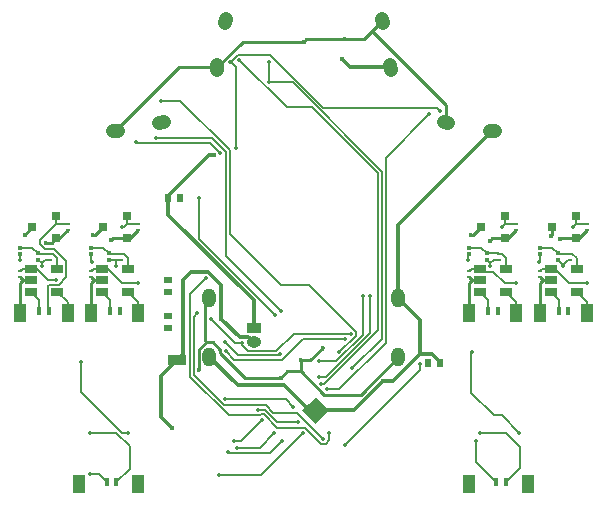
<source format=gbl>
G04 #@! TF.FileFunction,Copper,L2,Bot,Signal*
%FSLAX46Y46*%
G04 Gerber Fmt 4.6, Leading zero omitted, Abs format (unit mm)*
G04 Created by KiCad (PCBNEW 4.0.1-stable) date 2017/02/23 15:11:12*
%MOMM*%
G01*
G04 APERTURE LIST*
%ADD10C,0.100000*%
%ADD11C,1.200000*%
%ADD12R,0.350000X0.300000*%
%ADD13R,0.800100X0.800100*%
%ADD14R,0.430000X0.280000*%
%ADD15R,1.060000X0.650000*%
%ADD16R,1.250000X0.950000*%
%ADD17O,1.250000X0.950000*%
%ADD18R,0.800000X0.500000*%
%ADD19R,0.500000X0.800000*%
%ADD20R,1.500000X0.900000*%
%ADD21O,1.200000X1.600000*%
%ADD22R,0.400000X0.800000*%
%ADD23R,1.000000X0.500000*%
%ADD24R,1.000000X1.000000*%
%ADD25C,0.380000*%
%ADD26C,0.360000*%
%ADD27C,0.340000*%
%ADD28C,0.320000*%
%ADD29C,0.238000*%
%ADD30C,0.160000*%
%ADD31C,0.240000*%
G04 APERTURE END LIST*
D10*
D11*
X132333422Y-96382026D02*
X132727346Y-96312566D01*
X136272654Y-95687434D02*
X136666578Y-95617974D01*
X141117974Y-91166578D02*
X141187434Y-90772654D01*
X141812566Y-87227346D02*
X141882026Y-86833422D01*
X155117974Y-86833422D02*
X155187434Y-87227346D01*
X155812566Y-90772654D02*
X155882026Y-91166578D01*
X160333422Y-95617974D02*
X160727346Y-95687434D01*
X164272654Y-96312566D02*
X164666578Y-96382026D01*
D12*
X126000000Y-107275000D03*
X126000000Y-106725000D03*
X124500000Y-106225000D03*
X124500000Y-106775000D03*
D13*
X127500760Y-103550000D03*
X127500760Y-105450000D03*
X125501780Y-104500000D03*
D14*
X127000000Y-107255000D03*
X127000000Y-106745000D03*
X124500000Y-108245000D03*
X124500000Y-108755000D03*
X128500000Y-104245000D03*
X128500000Y-104755000D03*
D15*
X125400000Y-109950000D03*
X125400000Y-109000000D03*
X125400000Y-108050000D03*
X127600000Y-108050000D03*
X127600000Y-109950000D03*
D12*
X164000000Y-107275000D03*
X164000000Y-106725000D03*
X162500000Y-106225000D03*
X162500000Y-106775000D03*
X170000000Y-107275000D03*
X170000000Y-106725000D03*
X168500000Y-106225000D03*
X168500000Y-106775000D03*
X132000000Y-107275000D03*
X132000000Y-106725000D03*
X130500000Y-106225000D03*
X130500000Y-106775000D03*
D13*
X165500760Y-103550000D03*
X165500760Y-105450000D03*
X163501780Y-104500000D03*
X171500760Y-103550000D03*
X171500760Y-105450000D03*
X169501780Y-104500000D03*
X133500760Y-103550000D03*
X133500760Y-105450000D03*
X131501780Y-104500000D03*
D14*
X165000000Y-107255000D03*
X165000000Y-106745000D03*
X162500000Y-108245000D03*
X162500000Y-108755000D03*
X166500000Y-104245000D03*
X166500000Y-104755000D03*
X171000000Y-107255000D03*
X171000000Y-106745000D03*
X168500000Y-108245000D03*
X168500000Y-108755000D03*
X172500000Y-104245000D03*
X172500000Y-104755000D03*
X133000000Y-107255000D03*
X133000000Y-106745000D03*
X130500000Y-108245000D03*
X130500000Y-108755000D03*
X134500000Y-104245000D03*
X134500000Y-104755000D03*
D15*
X163400000Y-109950000D03*
X163400000Y-109000000D03*
X163400000Y-108050000D03*
X165600000Y-108050000D03*
X165600000Y-109950000D03*
X169400000Y-109950000D03*
X169400000Y-109000000D03*
X169400000Y-108050000D03*
X171600000Y-108050000D03*
X171600000Y-109950000D03*
X131400000Y-109950000D03*
X131400000Y-109000000D03*
X131400000Y-108050000D03*
X133600000Y-108050000D03*
X133600000Y-109950000D03*
D16*
X144250000Y-113000000D03*
D17*
X144250000Y-114250000D03*
D18*
X137000000Y-110000000D03*
X137000000Y-109000000D03*
X137000000Y-113000000D03*
X137000000Y-112000000D03*
D19*
X137000000Y-102000000D03*
X138000000Y-102000000D03*
D20*
X137750000Y-115750000D03*
D19*
X159000000Y-116000000D03*
X160000000Y-116000000D03*
D21*
X156500000Y-115500000D03*
X156500000Y-110500000D03*
X140500000Y-110500000D03*
X140500000Y-115500000D03*
D22*
X165600000Y-126100000D03*
X164800000Y-126100000D03*
D23*
X167500000Y-125750000D03*
D24*
X167500000Y-126500000D03*
X162500000Y-126500000D03*
D23*
X162500000Y-125750000D03*
D22*
X132600000Y-126100000D03*
X131800000Y-126100000D03*
D23*
X134500000Y-125750000D03*
D24*
X134500000Y-126500000D03*
X129500000Y-126500000D03*
D23*
X129500000Y-125750000D03*
D22*
X126900000Y-111600000D03*
D23*
X128500000Y-111250000D03*
D22*
X126100000Y-111600000D03*
D24*
X128500000Y-112000000D03*
D23*
X124500000Y-111250000D03*
D24*
X124500000Y-112000000D03*
D22*
X170900000Y-111600000D03*
D23*
X172500000Y-111250000D03*
D22*
X170100000Y-111600000D03*
D24*
X172500000Y-112000000D03*
D23*
X168500000Y-111250000D03*
D24*
X168500000Y-112000000D03*
D22*
X164900000Y-111600000D03*
D23*
X166500000Y-111250000D03*
D22*
X164100000Y-111600000D03*
D24*
X166500000Y-112000000D03*
D23*
X162500000Y-111250000D03*
D24*
X162500000Y-112000000D03*
D22*
X132900000Y-111600000D03*
D23*
X134500000Y-111250000D03*
D22*
X132100000Y-111600000D03*
D24*
X134500000Y-112000000D03*
D23*
X130500000Y-111250000D03*
D24*
X130500000Y-112000000D03*
D10*
G36*
X150065685Y-119434315D02*
X150631370Y-120000000D01*
X150065685Y-120565685D01*
X149500000Y-120000000D01*
X150065685Y-119434315D01*
X150065685Y-119434315D01*
G37*
G36*
X149500000Y-118868630D02*
X150065685Y-119434315D01*
X149500000Y-120000000D01*
X148934315Y-119434315D01*
X149500000Y-118868630D01*
X149500000Y-118868630D01*
G37*
G36*
X148934315Y-119434315D02*
X149500000Y-120000000D01*
X148934315Y-120565685D01*
X148368630Y-120000000D01*
X148934315Y-119434315D01*
X148934315Y-119434315D01*
G37*
G36*
X149500000Y-120000000D02*
X150065685Y-120565685D01*
X149500000Y-121131370D01*
X148934315Y-120565685D01*
X149500000Y-120000000D01*
X149500000Y-120000000D01*
G37*
D25*
X141508600Y-112241300D03*
X151754500Y-90291400D03*
X137328000Y-121499800D03*
X155211000Y-117559300D03*
D26*
X151994800Y-88600600D03*
X148500700Y-88814000D03*
X139643200Y-116577500D03*
X146546600Y-117236700D03*
X148248600Y-115773600D03*
X150087300Y-114700700D03*
D27*
X144984600Y-120786700D03*
X142567900Y-122623200D03*
D25*
X140895600Y-98396700D03*
D27*
X170423900Y-107787000D03*
D26*
X170193900Y-105531200D03*
D27*
X132563200Y-107769300D03*
D26*
X132191500Y-105565500D03*
D27*
X126289100Y-107776600D03*
D26*
X126653700Y-105796100D03*
X169443900Y-105243900D03*
X130680700Y-105170800D03*
X124859400Y-105142400D03*
D27*
X142732600Y-97804300D03*
X142290000Y-90470700D03*
X160055200Y-94628900D03*
X149955100Y-117778300D03*
X143051600Y-90303600D03*
X141426700Y-98253900D03*
X134260800Y-97245600D03*
X146564200Y-111597500D03*
X136020500Y-96969100D03*
X171252800Y-104500000D03*
X149755800Y-117192300D03*
X154090900Y-110328900D03*
X133141500Y-104500000D03*
X149799500Y-115844100D03*
X153482600Y-110325800D03*
X143293000Y-114313500D03*
X140632500Y-112268400D03*
X152453100Y-113517600D03*
X141873400Y-114962700D03*
X151961300Y-113934000D03*
X146498500Y-115247300D03*
X141790800Y-114203200D03*
X163433400Y-121905400D03*
X166695000Y-121886500D03*
X162723400Y-115043100D03*
X163091200Y-122603200D03*
X130428600Y-121886500D03*
X133573000Y-121886500D03*
X129652500Y-115912500D03*
X130353900Y-125430100D03*
X150136900Y-122430500D03*
X139495600Y-111770900D03*
X140194100Y-108835000D03*
X150633700Y-121926000D03*
X151996200Y-122925700D03*
X158304400Y-116102000D03*
X146064900Y-111961200D03*
X139650300Y-102048600D03*
X145557800Y-92221700D03*
X145536400Y-90505400D03*
X152619200Y-116445900D03*
X166493800Y-109202500D03*
X172475100Y-109220600D03*
X134489300Y-109202500D03*
X127530300Y-108968300D03*
X150495500Y-118197000D03*
X159118000Y-94928100D03*
X146011600Y-121950200D03*
X142826900Y-123195700D03*
X147595100Y-119707600D03*
X141824400Y-119071800D03*
X144581000Y-120005500D03*
X147997800Y-121024500D03*
X146652600Y-122586700D03*
X142048400Y-123537100D03*
X141287700Y-125507600D03*
X148416000Y-121949800D03*
X164274200Y-107772900D03*
D26*
X164260100Y-105651400D03*
X162670900Y-105180600D03*
D27*
X165259200Y-104500000D03*
X162370100Y-107261000D03*
X168440800Y-107461400D03*
X130553200Y-107461400D03*
X124440000Y-107265600D03*
X151458600Y-115036700D03*
X136383800Y-93783000D03*
D28*
X140000000Y-108316900D02*
X138933100Y-108316900D01*
X140000000Y-108316900D02*
X140409100Y-108316900D01*
X140409100Y-108316900D02*
X141508600Y-109416400D01*
X141508600Y-109416400D02*
X141508600Y-112241300D01*
X138933100Y-108316900D02*
X138250000Y-109000000D01*
X138250000Y-109000000D02*
X138250000Y-115250000D01*
X138250000Y-115250000D02*
X137750000Y-115750000D01*
X136380600Y-117119400D02*
X137750000Y-115750000D01*
X136380600Y-120552400D02*
X136380600Y-117119400D01*
X137328000Y-121499800D02*
X136380600Y-120552400D01*
X152432700Y-90969600D02*
X151754500Y-90291400D01*
X155847300Y-90969600D02*
X152432700Y-90969600D01*
X156500000Y-104316900D02*
X156500000Y-110500000D01*
X164469600Y-96347300D02*
X156500000Y-104316900D01*
X143809300Y-113809300D02*
X144250000Y-114250000D01*
X143076600Y-113809300D02*
X143809300Y-113809300D01*
X141508600Y-112241300D02*
X143076600Y-113809300D01*
X149500000Y-120565700D02*
X148934300Y-120000000D01*
X160000000Y-115888200D02*
X160000000Y-116000000D01*
X159333700Y-115221900D02*
X160000000Y-115888200D01*
X158354200Y-115221900D02*
X159333700Y-115221900D01*
X156016800Y-117559300D02*
X155211000Y-117559300D01*
X158354200Y-115221900D02*
X156016800Y-117559300D01*
X152770300Y-120000000D02*
X150065700Y-120000000D01*
X155211000Y-117559300D02*
X152770300Y-120000000D01*
X158354200Y-112354200D02*
X156500000Y-110500000D01*
X158354200Y-115221900D02*
X158354200Y-112354200D01*
X146829400Y-117895100D02*
X148934300Y-120000000D01*
X142895100Y-117895100D02*
X146829400Y-117895100D01*
X140500000Y-115500000D02*
X142895100Y-117895100D01*
D29*
X148714100Y-88600600D02*
X151994800Y-88600600D01*
X148500700Y-88814000D02*
X148714100Y-88600600D01*
X143308300Y-88814000D02*
X141152700Y-90969600D01*
X148500700Y-88814000D02*
X143308300Y-88814000D01*
X139620600Y-114859800D02*
X140230900Y-114249500D01*
X139620600Y-116554900D02*
X139620600Y-114859800D01*
X139643200Y-116577500D02*
X139620600Y-116554900D01*
X140149100Y-110850900D02*
X140500000Y-110500000D01*
X140149100Y-114167700D02*
X140149100Y-110850900D01*
X140230900Y-114249500D02*
X140149100Y-114167700D01*
X137908100Y-90969600D02*
X141152700Y-90969600D01*
X132530400Y-96347300D02*
X137908100Y-90969600D01*
X149014400Y-115773600D02*
X150087300Y-114700700D01*
X148248600Y-115773600D02*
X149014400Y-115773600D01*
X150231200Y-118695900D02*
X148248600Y-116713300D01*
X153304100Y-118695900D02*
X150231200Y-118695900D01*
X156500000Y-115500000D02*
X153304100Y-118695900D01*
X148248600Y-116713300D02*
X148248600Y-115773600D01*
X143512000Y-117236700D02*
X146546600Y-117236700D01*
X141424100Y-115148800D02*
X143512000Y-117236700D01*
X141424100Y-114877800D02*
X141424100Y-115148800D01*
X140795800Y-114249500D02*
X141424100Y-114877800D01*
X140230900Y-114249500D02*
X140795800Y-114249500D01*
X147070000Y-116713300D02*
X148248600Y-116713300D01*
X146546600Y-117236700D02*
X147070000Y-116713300D01*
X160530400Y-94131400D02*
X154291100Y-87892000D01*
X160530400Y-95652700D02*
X160530400Y-94131400D01*
X155152700Y-87030400D02*
X154291100Y-87892000D01*
X153582500Y-88600600D02*
X151994800Y-88600600D01*
X154291100Y-87892000D02*
X153582500Y-88600600D01*
D30*
X143148100Y-122623200D02*
X142567900Y-122623200D01*
X144984600Y-120786700D02*
X143148100Y-122623200D01*
D28*
X137000000Y-103445000D02*
X137000000Y-102000000D01*
X144250000Y-110695000D02*
X137000000Y-103445000D01*
X144250000Y-113000000D02*
X144250000Y-110695000D01*
X140489500Y-98396700D02*
X140895600Y-98396700D01*
X137000000Y-101886200D02*
X140489500Y-98396700D01*
X137000000Y-102000000D02*
X137000000Y-101886200D01*
D30*
X133235300Y-106745000D02*
X133000000Y-106745000D01*
X133600000Y-107109700D02*
X133235300Y-106745000D01*
X133600000Y-108050000D02*
X133600000Y-107109700D01*
X132020000Y-106745000D02*
X132000000Y-106725000D01*
X133000000Y-106745000D02*
X132020000Y-106745000D01*
X131500000Y-106225000D02*
X130500000Y-106225000D01*
X132000000Y-106725000D02*
X131500000Y-106225000D01*
X170100000Y-110650000D02*
X169400000Y-109950000D01*
X170100000Y-111600000D02*
X170100000Y-110650000D01*
X170867800Y-107255000D02*
X170423900Y-107698900D01*
X171000000Y-107255000D02*
X170867800Y-107255000D01*
X170423900Y-107787000D02*
X170423900Y-107698900D01*
X170423900Y-107698900D02*
X170000000Y-107275000D01*
X127235300Y-106745000D02*
X127000000Y-106745000D01*
X127600000Y-107109700D02*
X127235300Y-106745000D01*
X127600000Y-108050000D02*
X127600000Y-107109700D01*
X126020000Y-106745000D02*
X126000000Y-106725000D01*
X127000000Y-106745000D02*
X126020000Y-106745000D01*
X125500000Y-106225000D02*
X124500000Y-106225000D01*
X126000000Y-106725000D02*
X125500000Y-106225000D01*
D31*
X168500000Y-109245000D02*
X168745000Y-109000000D01*
X168500000Y-111250000D02*
X168500000Y-109245000D01*
X169400000Y-109000000D02*
X168745000Y-109000000D01*
X168745000Y-109000000D02*
X168500000Y-108755000D01*
X171805000Y-105450000D02*
X171500800Y-105450000D01*
X172500000Y-104755000D02*
X171805000Y-105450000D01*
X170275100Y-105450000D02*
X170193900Y-105531200D01*
X171500800Y-105450000D02*
X170275100Y-105450000D01*
D30*
X132100000Y-110650000D02*
X132100000Y-111600000D01*
X131400000Y-109950000D02*
X132100000Y-110650000D01*
X132563200Y-107275000D02*
X132000000Y-107275000D01*
X132563200Y-107769300D02*
X132563200Y-107275000D01*
X132583200Y-107255000D02*
X133000000Y-107255000D01*
X132563200Y-107275000D02*
X132583200Y-107255000D01*
D31*
X130500000Y-109245000D02*
X130745000Y-109000000D01*
X130500000Y-111250000D02*
X130500000Y-109245000D01*
X131400000Y-109000000D02*
X130745000Y-109000000D01*
X130745000Y-109000000D02*
X130500000Y-108755000D01*
X133805000Y-105450000D02*
X133500800Y-105450000D01*
X134500000Y-104755000D02*
X133805000Y-105450000D01*
X132307000Y-105450000D02*
X132191500Y-105565500D01*
X133500800Y-105450000D02*
X132307000Y-105450000D01*
D30*
X126100000Y-110650000D02*
X125400000Y-109950000D01*
X126100000Y-111600000D02*
X126100000Y-110650000D01*
X126598200Y-107255000D02*
X126289100Y-107564100D01*
X127000000Y-107255000D02*
X126598200Y-107255000D01*
X126289100Y-107776600D02*
X126289100Y-107564100D01*
X126289100Y-107564100D02*
X126000000Y-107275000D01*
D31*
X124500000Y-109245000D02*
X124745000Y-109000000D01*
X124500000Y-111250000D02*
X124500000Y-109245000D01*
X124745000Y-109000000D02*
X124500000Y-108755000D01*
X127805000Y-105450000D02*
X127500800Y-105450000D01*
X128500000Y-104755000D02*
X127805000Y-105450000D01*
X124745000Y-109000000D02*
X125400000Y-109000000D01*
X127154700Y-105796100D02*
X127500800Y-105450000D01*
X126653700Y-105796100D02*
X127154700Y-105796100D01*
D30*
X172500000Y-110850000D02*
X172500000Y-111250000D01*
X171600000Y-109950000D02*
X172500000Y-110850000D01*
D31*
X169501800Y-105186000D02*
X169443900Y-105243900D01*
X169501800Y-104500000D02*
X169501800Y-105186000D01*
D30*
X134500000Y-110850000D02*
X134500000Y-111250000D01*
X133600000Y-109950000D02*
X134500000Y-110850000D01*
D31*
X130831000Y-105170800D02*
X130680700Y-105170800D01*
X131501800Y-104500000D02*
X130831000Y-105170800D01*
D30*
X128500000Y-110850000D02*
X127600000Y-109950000D01*
X128500000Y-111250000D02*
X128500000Y-110850000D01*
D31*
X125501800Y-104500000D02*
X124859400Y-105142400D01*
D30*
X142732600Y-90913300D02*
X142297100Y-90477800D01*
X142732600Y-97804300D02*
X142732600Y-90913300D01*
X142297100Y-90477800D02*
X142290000Y-90470700D01*
X159801300Y-94375000D02*
X160055200Y-94628900D01*
X150147700Y-94375000D02*
X159801300Y-94375000D01*
X145652400Y-89879700D02*
X150147700Y-94375000D01*
X142895200Y-89879700D02*
X145652400Y-89879700D01*
X142297100Y-90477800D02*
X142895200Y-89879700D01*
X147035500Y-94287500D02*
X143051600Y-90303600D01*
X149153800Y-94287500D02*
X147035500Y-94287500D01*
X154783200Y-99916900D02*
X149153800Y-94287500D01*
X154783200Y-113199800D02*
X154783200Y-99916900D01*
X150204700Y-117778300D02*
X154783200Y-113199800D01*
X149955100Y-117778300D02*
X150204700Y-117778300D01*
X140552200Y-97379400D02*
X141426700Y-98253900D01*
X134394600Y-97379400D02*
X140552200Y-97379400D01*
X134260800Y-97245600D02*
X134394600Y-97379400D01*
X140735500Y-96969100D02*
X136020500Y-96969100D01*
X141886800Y-98120400D02*
X140735500Y-96969100D01*
X141886800Y-106920100D02*
X141886800Y-98120400D01*
X146564200Y-111597500D02*
X141886800Y-106920100D01*
X171507800Y-103557000D02*
X171500800Y-103550000D01*
X171507800Y-104245000D02*
X171507800Y-103557000D01*
X171252800Y-104500000D02*
X171507800Y-104245000D01*
X171507800Y-104245000D02*
X172500000Y-104245000D01*
X154090900Y-113439200D02*
X154090900Y-110328900D01*
X150337800Y-117192300D02*
X154090900Y-113439200D01*
X149755800Y-117192300D02*
X150337800Y-117192300D01*
X133245800Y-104500000D02*
X133141500Y-104500000D01*
X133500800Y-104245000D02*
X133245800Y-104500000D01*
X133500800Y-103550000D02*
X133500800Y-104245000D01*
X133500800Y-104245000D02*
X134500000Y-104245000D01*
X153482600Y-113594400D02*
X153482600Y-110325800D01*
X151232900Y-115844100D02*
X153482600Y-113594400D01*
X149799500Y-115844100D02*
X151232900Y-115844100D01*
X127500800Y-104245000D02*
X127500800Y-103550000D01*
X127500800Y-104245000D02*
X128500000Y-104245000D01*
X126197800Y-105548000D02*
X127500800Y-104245000D01*
X126197800Y-105945400D02*
X126197800Y-105548000D01*
X126587000Y-106334600D02*
X126197800Y-105945400D01*
X127316200Y-106334600D02*
X126587000Y-106334600D01*
X128370400Y-107388800D02*
X127316200Y-106334600D01*
X128370400Y-108740700D02*
X128370400Y-107388800D01*
X127732500Y-109378600D02*
X128370400Y-108740700D01*
X126917700Y-109378600D02*
X127732500Y-109378600D01*
X126829600Y-109466700D02*
X126917700Y-109378600D01*
X126829600Y-111529600D02*
X126829600Y-109466700D01*
X126900000Y-111600000D02*
X126829600Y-111529600D01*
X143293000Y-114479500D02*
X143293000Y-114313500D01*
X143804400Y-114990900D02*
X143293000Y-114479500D01*
X146162400Y-114990900D02*
X143804400Y-114990900D01*
X147635700Y-113517600D02*
X146162400Y-114990900D01*
X152453100Y-113517600D02*
X147635700Y-113517600D01*
X142677600Y-114313500D02*
X140632500Y-112268400D01*
X143293000Y-114313500D02*
X142677600Y-114313500D01*
X148392100Y-113934000D02*
X151961300Y-113934000D01*
X146619400Y-115706700D02*
X148392100Y-113934000D01*
X142617400Y-115706700D02*
X146619400Y-115706700D01*
X141873400Y-114962700D02*
X142617400Y-115706700D01*
X142904400Y-115316800D02*
X141790800Y-114203200D01*
X146429000Y-115316800D02*
X142904400Y-115316800D01*
X146498500Y-115247300D02*
X146429000Y-115316800D01*
X165626100Y-121905400D02*
X163433400Y-121905400D01*
X166795900Y-123075200D02*
X165626100Y-121905400D01*
X166795900Y-124904100D02*
X166795900Y-123075200D01*
X165600000Y-126100000D02*
X166795900Y-124904100D01*
X162659600Y-115106900D02*
X162723400Y-115043100D01*
X162659600Y-118496700D02*
X162659600Y-115106900D01*
X164595900Y-120433000D02*
X162659600Y-118496700D01*
X165241500Y-120433000D02*
X164595900Y-120433000D01*
X166695000Y-121886500D02*
X165241500Y-120433000D01*
X163091200Y-124391200D02*
X163091200Y-122603200D01*
X164800000Y-126100000D02*
X163091200Y-124391200D01*
X132623400Y-121886500D02*
X130428600Y-121886500D01*
X133760500Y-123023600D02*
X132623400Y-121886500D01*
X133760500Y-124939500D02*
X133760500Y-123023600D01*
X132600000Y-126100000D02*
X133760500Y-124939500D01*
X129652500Y-118462500D02*
X129652500Y-115912500D01*
X133076500Y-121886500D02*
X129652500Y-118462500D01*
X133573000Y-121886500D02*
X133076500Y-121886500D01*
X131130100Y-125430100D02*
X130353900Y-125430100D01*
X131800000Y-126100000D02*
X131130100Y-125430100D01*
X139193900Y-112072600D02*
X139495600Y-111770900D01*
X139193900Y-117021500D02*
X139193900Y-112072600D01*
X141767600Y-119595200D02*
X139193900Y-117021500D01*
X145279500Y-119595200D02*
X141767600Y-119595200D01*
X145926400Y-120242100D02*
X145279500Y-119595200D01*
X147948500Y-120242100D02*
X145926400Y-120242100D01*
X150136900Y-122430500D02*
X147948500Y-120242100D01*
X150633700Y-122558300D02*
X150633700Y-121926000D01*
X150351100Y-122840900D02*
X150633700Y-122558300D01*
X149959300Y-122840900D02*
X150351100Y-122840900D01*
X148576800Y-121458400D02*
X149959300Y-122840900D01*
X146236700Y-121458400D02*
X148576800Y-121458400D01*
X145104100Y-120325800D02*
X146236700Y-121458400D01*
X144841000Y-120325800D02*
X145104100Y-120325800D01*
X144751000Y-120415800D02*
X144841000Y-120325800D01*
X142135300Y-120415800D02*
X144751000Y-120415800D01*
X138861700Y-117142200D02*
X142135300Y-120415800D01*
X138861700Y-110167400D02*
X138861700Y-117142200D01*
X140194100Y-108835000D02*
X138861700Y-110167400D01*
X158304400Y-116617500D02*
X151996200Y-122925700D01*
X158304400Y-116102000D02*
X158304400Y-116617500D01*
X139650300Y-105516600D02*
X139650300Y-102048600D01*
X146064900Y-111931200D02*
X139650300Y-105516600D01*
X146064900Y-111961200D02*
X146064900Y-111931200D01*
X145557800Y-90526800D02*
X145536400Y-90505400D01*
X145557800Y-92221700D02*
X145557800Y-90526800D01*
X155103500Y-113961600D02*
X152619200Y-116445900D01*
X155103500Y-99784000D02*
X155103500Y-113961600D01*
X147541200Y-92221700D02*
X155103500Y-99784000D01*
X145557800Y-92221700D02*
X147541200Y-92221700D01*
X162695000Y-108050000D02*
X163400000Y-108050000D01*
X162500000Y-108245000D02*
X162695000Y-108050000D01*
X165491800Y-109202500D02*
X166493800Y-109202500D01*
X164547000Y-108257700D02*
X165491800Y-109202500D01*
X163607700Y-108257700D02*
X164547000Y-108257700D01*
X163400000Y-108050000D02*
X163607700Y-108257700D01*
X169749100Y-108050000D02*
X169400000Y-108050000D01*
X170919700Y-109220600D02*
X169749100Y-108050000D01*
X172475100Y-109220600D02*
X170919700Y-109220600D01*
X168695000Y-108050000D02*
X168500000Y-108245000D01*
X169400000Y-108050000D02*
X168695000Y-108050000D01*
X130695000Y-108050000D02*
X131400000Y-108050000D01*
X130500000Y-108245000D02*
X130695000Y-108050000D01*
X133077900Y-109202500D02*
X134489300Y-109202500D01*
X131925400Y-108050000D02*
X133077900Y-109202500D01*
X131400000Y-108050000D02*
X131925400Y-108050000D01*
X124695000Y-108050000D02*
X125400000Y-108050000D01*
X124500000Y-108245000D02*
X124695000Y-108050000D01*
X126835400Y-108968300D02*
X127530300Y-108968300D01*
X125917100Y-108050000D02*
X126835400Y-108968300D01*
X125400000Y-108050000D02*
X125917100Y-108050000D01*
X155423900Y-98622200D02*
X159118000Y-94928100D01*
X155423900Y-114261800D02*
X155423900Y-98622200D01*
X151488700Y-118197000D02*
X155423900Y-114261800D01*
X150495500Y-118197000D02*
X151488700Y-118197000D01*
X144766100Y-123195700D02*
X146011600Y-121950200D01*
X142826900Y-123195700D02*
X144766100Y-123195700D01*
X146959300Y-119071800D02*
X141824400Y-119071800D01*
X147595100Y-119707600D02*
X146959300Y-119071800D01*
X146255800Y-121024500D02*
X147997800Y-121024500D01*
X145236800Y-120005500D02*
X146255800Y-121024500D01*
X144581000Y-120005500D02*
X145236800Y-120005500D01*
X145633300Y-123606000D02*
X146652600Y-122586700D01*
X142117300Y-123606000D02*
X145633300Y-123606000D01*
X142048400Y-123537100D02*
X142117300Y-123606000D01*
X144858200Y-125507600D02*
X141287700Y-125507600D01*
X148416000Y-121949800D02*
X144858200Y-125507600D01*
X164100000Y-110650000D02*
X163400000Y-109950000D01*
X164100000Y-111600000D02*
X164100000Y-110650000D01*
X164568400Y-107255000D02*
X164274200Y-107549200D01*
X165000000Y-107255000D02*
X164568400Y-107255000D01*
X164274200Y-107772900D02*
X164274200Y-107549200D01*
X164274200Y-107549200D02*
X164000000Y-107275000D01*
D31*
X162500000Y-109245000D02*
X162745000Y-109000000D01*
X162500000Y-111250000D02*
X162500000Y-109245000D01*
X163400000Y-109000000D02*
X162745000Y-109000000D01*
X162745000Y-109000000D02*
X162500000Y-108755000D01*
X165805000Y-105450000D02*
X165500800Y-105450000D01*
X166500000Y-104755000D02*
X165805000Y-105450000D01*
X164461500Y-105450000D02*
X164260100Y-105651400D01*
X165500800Y-105450000D02*
X164461500Y-105450000D01*
D30*
X166500000Y-110850000D02*
X166500000Y-111250000D01*
X165600000Y-109950000D02*
X166500000Y-110850000D01*
D31*
X162821200Y-105180600D02*
X162670900Y-105180600D01*
X163501800Y-104500000D02*
X162821200Y-105180600D01*
D30*
X165259200Y-104500000D02*
X165514200Y-104245000D01*
X165514200Y-103563400D02*
X165514200Y-104245000D01*
X165500800Y-103550000D02*
X165514200Y-103563400D01*
X165514200Y-104245000D02*
X166500000Y-104245000D01*
X171235300Y-106745000D02*
X171000000Y-106745000D01*
X171600000Y-107109700D02*
X171235300Y-106745000D01*
X171600000Y-108050000D02*
X171600000Y-107109700D01*
X170020000Y-106745000D02*
X170000000Y-106725000D01*
X171000000Y-106745000D02*
X170020000Y-106745000D01*
X169500000Y-106225000D02*
X170000000Y-106725000D01*
X168500000Y-106225000D02*
X169500000Y-106225000D01*
X165235300Y-106745000D02*
X165000000Y-106745000D01*
X165600000Y-107109700D02*
X165235300Y-106745000D01*
X165600000Y-108050000D02*
X165600000Y-107109700D01*
X164980000Y-106725000D02*
X164000000Y-106725000D01*
X165000000Y-106745000D02*
X164980000Y-106725000D01*
X163500000Y-106225000D02*
X162500000Y-106225000D01*
X164000000Y-106725000D02*
X163500000Y-106225000D01*
X162370100Y-106904900D02*
X162500000Y-106775000D01*
X162370100Y-107261000D02*
X162370100Y-106904900D01*
X168500000Y-107402200D02*
X168500000Y-106775000D01*
X168440800Y-107461400D02*
X168500000Y-107402200D01*
X130500000Y-107408200D02*
X130500000Y-106775000D01*
X130553200Y-107461400D02*
X130500000Y-107408200D01*
X124440000Y-106835000D02*
X124440000Y-107265600D01*
X124500000Y-106775000D02*
X124440000Y-106835000D01*
X138017700Y-93783000D02*
X136383800Y-93783000D01*
X142207200Y-97972500D02*
X138017700Y-93783000D01*
X142207200Y-105090900D02*
X142207200Y-97972500D01*
X146550700Y-109434400D02*
X142207200Y-105090900D01*
X148960700Y-109434400D02*
X146550700Y-109434400D01*
X152880100Y-113353800D02*
X148960700Y-109434400D01*
X152880100Y-113671100D02*
X152880100Y-113353800D01*
X151514500Y-115036700D02*
X152880100Y-113671100D01*
X151458600Y-115036700D02*
X151514500Y-115036700D01*
M02*

</source>
